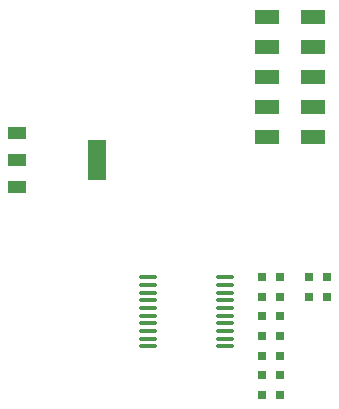
<source format=gbp>
%FSTAX23Y23*%
%MOIN*%
%SFA1B1*%

%IPPOS*%
%ADD24R,0.025000X0.030000*%
%ADD71R,0.061020X0.043310*%
%ADD72R,0.061020X0.135830*%
%ADD73R,0.061020X0.043310*%
%ADD74R,0.078740X0.047240*%
%ADD75O,0.062990X0.011810*%
%LN86ÐÍzigbeeÖÇÄÜ²å×ù°å-1*%
%LPD*%
G54D24*
X0536Y02731D03*
X05422D03*
Y03057D03*
X0536D03*
X05422Y02992D03*
X0536D03*
Y02927D03*
X05422D03*
Y02796D03*
X0536D03*
Y02666D03*
X05422D03*
X0536Y02861D03*
X05422D03*
X05578Y02992D03*
X05516D03*
X05578Y03057D03*
X05516D03*
G54D71*
X04545Y03448D03*
Y03538D03*
G54D72*
X04811Y03448D03*
G54D73*
X04545Y03357D03*
G54D74*
X05531Y03925D03*
X05377D03*
Y03825D03*
X05531D03*
Y03725D03*
X05377D03*
X05531Y03625D03*
Y03525D03*
X05377Y03625D03*
Y03525D03*
G54D75*
X04982Y02827D03*
Y02853D03*
Y02879D03*
Y02904D03*
Y0293D03*
Y02955D03*
Y02981D03*
Y03006D03*
Y03032D03*
Y03058D03*
X05239Y02827D03*
Y02853D03*
Y02879D03*
Y02904D03*
Y0293D03*
Y02955D03*
Y02981D03*
Y03006D03*
Y03032D03*
Y03058D03*
M02*
</source>
